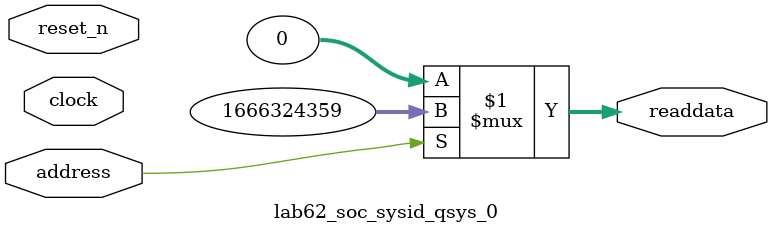
<source format=v>



// synthesis translate_off
`timescale 1ns / 1ps
// synthesis translate_on

// turn off superfluous verilog processor warnings 
// altera message_level Level1 
// altera message_off 10034 10035 10036 10037 10230 10240 10030 

module lab62_soc_sysid_qsys_0 (
               // inputs:
                address,
                clock,
                reset_n,

               // outputs:
                readdata
             )
;

  output  [ 31: 0] readdata;
  input            address;
  input            clock;
  input            reset_n;

  wire    [ 31: 0] readdata;
  //control_slave, which is an e_avalon_slave
  assign readdata = address ? 1666324359 : 0;

endmodule



</source>
